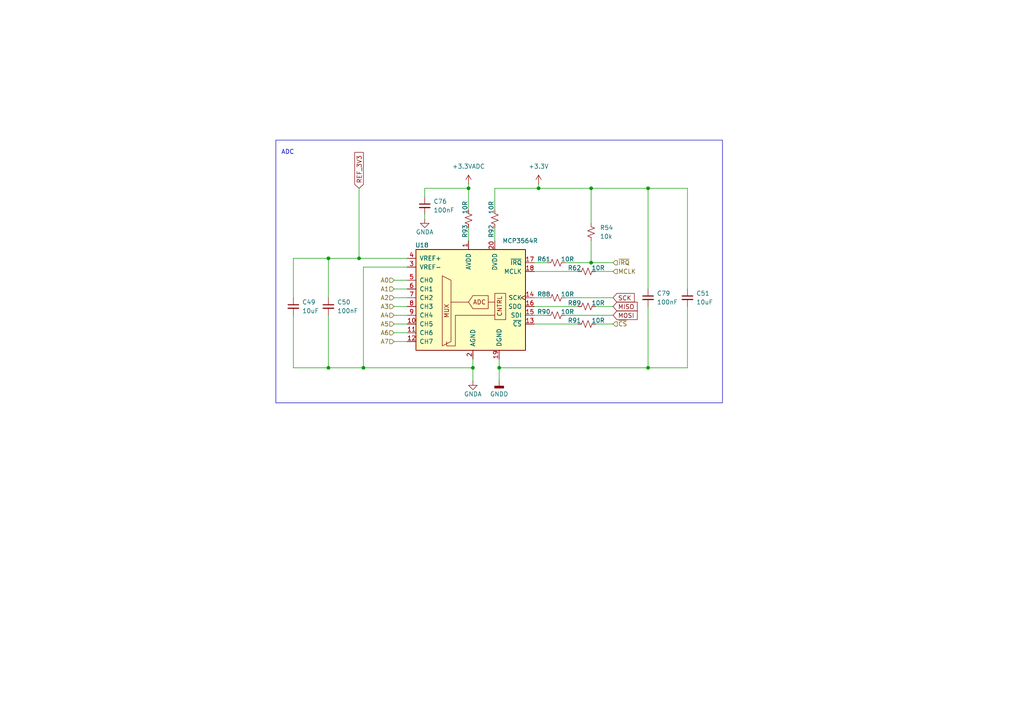
<source format=kicad_sch>
(kicad_sch (version 20231120) (generator "eeschema") (generator_version "8.0")
  (paper "A4")
  (title_block (title "FrothFET 8CH") (date "2024-08-21") (rev "E") (company "https://github.com/hoeken/frothfet"))
  (lib_symbols
    (symbol "Device:C_Small" (pin_numbers hide) (pin_names (offset 0.254) hide)
      (property "Reference" "C" (at 0.254 1.778 0))
      (property "Value" "C_Small" (at 0.254 -2.032 0))
      (symbol "C_Small_0_1"
        (polyline (pts (xy -1.524 -0.508) (xy 1.524 -0.508)) (stroke (width 0.3302)))
        (polyline (pts (xy -1.524 0.508) (xy 1.524 0.508)) (stroke (width 0.3048)))
      )
      (symbol "C_Small_1_1"
        (pin passive line (at 0 2.54 270) (length 2.032) (name "~") (number "1"))
        (pin passive line (at 0 -2.54 90) (length 2.032) (name "~") (number "2"))
      )
    )
    (symbol "Device:R_Small_US" (pin_numbers hide) (pin_names (offset 0.254) hide)
      (property "Reference" "R" (at 0.762 0.508 0))
      (property "Value" "R_Small_US" (at 0.762 -1.016 0))
      (symbol "R_Small_US_1_1"
        (polyline (pts (xy 0 0) (xy 1.016 -0.381) (xy 0 -0.762) (xy -1.016 -1.143) (xy 0 -1.524)))
        (polyline (pts (xy 0 1.524) (xy 1.016 1.143) (xy 0 0.762) (xy -1.016 0.381) (xy 0 0)))
        (pin passive line (at 0 2.54 270) (length 1.016) (name "~") (number "1"))
        (pin passive line (at 0 -2.54 90) (length 1.016) (name "~") (number "2"))
      )
    )
    (symbol "power:+3.3V" (power) (pin_numbers hide) (pin_names (offset 0) hide)
      (property "Value" "+3.3V" (at 0 3.556 0))
      (symbol "+3.3V_0_1"
        (polyline (pts (xy -0.762 1.27) (xy 0 2.54)))
        (polyline (pts (xy 0 0) (xy 0 2.54)))
        (polyline (pts (xy 0 2.54) (xy 0.762 1.27)))
      )
      (symbol "+3.3V_1_1"
        (pin power_in line (at 0 0 90) (length 0) (name "~") (number "1"))
      )
    )
    (symbol "power:+3.3VADC" (power) (pin_numbers hide) (pin_names (offset 0) hide)
      (property "Value" "+3.3VADC" (at 0 3.556 0))
      (symbol "+3.3VADC_0_0"
        (pin power_in line (at 0 0 90) (length 0) (name "~") (number "1"))
      )
      (symbol "+3.3VADC_0_1"
        (polyline (pts (xy -0.762 1.27) (xy 0 2.54)))
        (polyline (pts (xy 0 0) (xy 0 2.54)))
        (polyline (pts (xy 0 2.54) (xy 0.762 1.27)))
      )
    )
    (symbol "power:GNDA" (power) (pin_numbers hide) (pin_names (offset 0) hide)
      (property "Value" "GNDA" (at 0 -3.81 0))
      (symbol "GNDA_0_1"
        (polyline (pts (xy 0 0) (xy 0 -1.27) (xy 1.27 -1.27) (xy 0 -2.54) (xy -1.27 -1.27) (xy 0 -1.27)))
      )
      (symbol "GNDA_1_1"
        (pin power_in line (at 0 0 270) (length 0) (name "~") (number "1"))
      )
    )
    (symbol "power:GNDD" (power) (pin_numbers hide) (pin_names (offset 0) hide)
      (property "Value" "GNDD" (at 0 -3.175 0))
      (symbol "GNDD_0_1"
        (rectangle (start -1.27 -1.524) (end 1.27 -2.032) (stroke (width 0.254)) (fill (type outline)))
        (polyline (pts (xy 0 0) (xy 0 -1.524)))
      )
      (symbol "GNDD_1_1"
        (pin power_in line (at 0 0 270) (length 0) (name "~") (number "1"))
      )
    )
    (symbol "yarrboard:MCP3564R" (pin_names (offset 1.016))
      (property "Reference" "U" (at -5.08 15.875 0))
      (property "Value" "MCP3564R" (at -9.144 17.78 0))
      (symbol "MCP3564R_0_0"
        (text "ADC" (at -0.635 1.27 0) (effects (font (size 1.27 1.27))))
        (text "CNTRL" (at 5.969 -2.921 900) (effects (font (size 1.27 1.27)) (justify left bottom)))
        (text "MUX" (at -10.16 -1.27 900) (effects (font (size 1.27 1.27))))
      )
      (symbol "MCP3564R_0_1"
        (rectangle (start -19.05 16.51) (end 12.7 -12.7) (stroke (width 0.254)) (fill (type background)))
        (polyline (pts (xy -3.81 1.27) (xy -8.89 1.27)))
        (polyline (pts (xy 1.905 1.27) (xy 3.81 1.27)))
        (polyline (pts (xy -11.43 8.89) (xy -11.43 -11.43) (xy -8.89 -10.16) (xy -8.89 7.62) (xy -11.43 8.89)))
        (polyline (pts (xy 3.81 -2.54) (xy -7.62 -2.54) (xy -7.62 -11.43) (xy -10.16 -11.43) (xy -10.16 -10.16)))
        (polyline (pts (xy 1.905 3.175) (xy 1.905 -0.635) (xy -2.54 -0.635) (xy -3.81 1.27) (xy -2.54 3.175) (xy 1.905 3.175)))
        (rectangle (start 3.81 -3.81) (end 6.985 3.81))
      )
      (symbol "MCP3564R_1_1"
        (pin power_in line (at -3.81 19.05 270) (length 2.54) (name "AVDD") (number "1"))
        (pin input line (at -21.59 -5.08 0) (length 2.54) (name "CH5") (number "10"))
        (pin input line (at -21.59 -7.62 0) (length 2.54) (name "CH6") (number "11"))
        (pin input line (at -21.59 -10.16 0) (length 2.54) (name "CH7") (number "12"))
        (pin input line (at 15.24 -5.08 180) (length 2.54) (name "~{CS}") (number "13"))
        (pin input clock (at 15.24 2.54 180) (length 2.54) (name "SCK") (number "14"))
        (pin input line (at 15.24 -2.54 180) (length 2.54) (name "SDI") (number "15"))
        (pin output line (at 15.24 0 180) (length 2.54) (name "SDO") (number "16"))
        (pin power_in line (at 15.24 12.7 180) (length 2.54) (name "~{IRQ}") (number "17"))
        (pin power_in line (at 15.24 10.16 180) (length 2.54) (name "MCLK") (number "18"))
        (pin power_in line (at 5.08 -15.24 90) (length 2.54) (name "DGND") (number "19"))
        (pin power_in line (at -2.54 -15.24 90) (length 2.54) (name "AGND") (number "2"))
        (pin power_in line (at 3.81 19.05 270) (length 2.54) (name "DVDD") (number "20"))
        (pin power_in line (at -21.59 11.43 0) (length 2.54) (name "VREF-") (number "3"))
        (pin power_in line (at -21.59 13.97 0) (length 2.54) (name "VREF+") (number "4"))
        (pin input line (at -21.59 7.62 0) (length 2.54) (name "CH0") (number "5"))
        (pin input line (at -21.59 5.08 0) (length 2.54) (name "CH1") (number "6"))
        (pin input line (at -21.59 2.54 0) (length 2.54) (name "CH2") (number "7"))
        (pin input line (at -21.59 0 0) (length 2.54) (name "CH3") (number "8"))
        (pin input line (at -21.59 -2.54 0) (length 2.54) (name "CH4") (number "9"))
      )
    )
  )
  (junction (at 171.45 54.61))
  (junction (at 105.41 106.68))
  (junction (at 156.21 54.61))
  (junction (at 104.14 74.93))
  (junction (at 187.96 106.68))
  (junction (at 144.78 106.68))
  (junction (at 137.16 106.68))
  (junction (at 95.25 106.68))
  (junction (at 135.89 54.61))
  (junction (at 95.25 74.93))
  (junction (at 187.96 54.61))
  (junction (at 171.45 76.2))
  (wire (pts (xy 156.21 54.61) (xy 171.45 54.61)))
  (wire (pts (xy 187.96 106.68) (xy 199.39 106.68)))
  (wire (pts (xy 171.45 76.2) (xy 177.8 76.2)))
  (wire (pts (xy 167.64 93.98) (xy 154.94 93.98)))
  (wire (pts (xy 135.89 66.04) (xy 135.89 69.85)))
  (wire (pts (xy 105.41 106.68) (xy 95.25 106.68)))
  (wire (pts (xy 177.8 86.36) (xy 163.83 86.36)))
  (wire (pts (xy 105.41 77.47) (xy 105.41 106.68)))
  (wire (pts (xy 118.11 77.47) (xy 105.41 77.47)))
  (wire (pts (xy 167.64 88.9) (xy 154.94 88.9)))
  (wire (pts (xy 123.19 54.61) (xy 135.89 54.61)))
  (wire (pts (xy 95.25 74.93) (xy 95.25 86.36)))
  (wire (pts (xy 158.75 86.36) (xy 154.94 86.36)))
  (wire (pts (xy 118.11 91.44) (xy 114.3 91.44)))
  (wire (pts (xy 95.25 74.93) (xy 85.09 74.93)))
  (wire (pts (xy 171.45 69.85) (xy 171.45 76.2)))
  (wire (pts (xy 85.09 106.68) (xy 95.25 106.68)))
  (wire (pts (xy 85.09 91.44) (xy 85.09 106.68)))
  (wire (pts (xy 167.64 78.74) (xy 154.94 78.74)))
  (wire (pts (xy 187.96 88.9) (xy 187.96 106.68)))
  (wire (pts (xy 158.75 91.44) (xy 154.94 91.44)))
  (wire (pts (xy 144.78 106.68) (xy 187.96 106.68)))
  (wire (pts (xy 135.89 53.34) (xy 135.89 54.61)))
  (wire (pts (xy 177.8 78.74) (xy 172.72 78.74)))
  (wire (pts (xy 177.8 88.9) (xy 172.72 88.9)))
  (wire (pts (xy 177.8 91.44) (xy 163.83 91.44)))
  (wire (pts (xy 143.51 66.04) (xy 143.51 69.85)))
  (wire (pts (xy 104.14 74.93) (xy 118.11 74.93)))
  (wire (pts (xy 137.16 106.68) (xy 137.16 110.49)))
  (wire (pts (xy 104.14 54.61) (xy 104.14 74.93)))
  (wire (pts (xy 85.09 74.93) (xy 85.09 86.36)))
  (wire (pts (xy 118.11 88.9) (xy 114.3 88.9)))
  (wire (pts (xy 143.51 54.61) (xy 156.21 54.61)))
  (wire (pts (xy 123.19 54.61) (xy 123.19 57.15)))
  (wire (pts (xy 171.45 54.61) (xy 171.45 64.77)))
  (wire (pts (xy 163.83 76.2) (xy 171.45 76.2)))
  (wire (pts (xy 95.25 91.44) (xy 95.25 106.68)))
  (wire (pts (xy 118.11 93.98) (xy 114.3 93.98)))
  (wire (pts (xy 187.96 54.61) (xy 187.96 83.82)))
  (wire (pts (xy 118.11 96.52) (xy 114.3 96.52)))
  (wire (pts (xy 118.11 83.82) (xy 114.3 83.82)))
  (wire (pts (xy 104.14 74.93) (xy 95.25 74.93)))
  (wire (pts (xy 105.41 106.68) (xy 137.16 106.68)))
  (wire (pts (xy 123.19 62.23) (xy 123.19 63.5)))
  (wire (pts (xy 156.21 53.34) (xy 156.21 54.61)))
  (wire (pts (xy 135.89 54.61) (xy 135.89 60.96)))
  (wire (pts (xy 154.94 76.2) (xy 158.75 76.2)))
  (wire (pts (xy 143.51 54.61) (xy 143.51 60.96)))
  (wire (pts (xy 144.78 106.68) (xy 144.78 110.49)))
  (wire (pts (xy 137.16 104.14) (xy 137.16 106.68)))
  (wire (pts (xy 118.11 81.28) (xy 114.3 81.28)))
  (wire (pts (xy 144.78 104.14) (xy 144.78 106.68)))
  (wire (pts (xy 199.39 106.68) (xy 199.39 88.9)))
  (wire (pts (xy 177.8 93.98) (xy 172.72 93.98)))
  (wire (pts (xy 171.45 54.61) (xy 187.96 54.61)))
  (wire (pts (xy 118.11 86.36) (xy 114.3 86.36)))
  (wire (pts (xy 187.96 54.61) (xy 199.39 54.61)))
  (wire (pts (xy 118.11 99.06) (xy 114.3 99.06)))
  (wire (pts (xy 199.39 54.61) (xy 199.39 83.82)))
  (rectangle (start 80.01 40.64) (end 209.55 116.84))
  (text "ADC\n" (at 81.534 44.958 0) (effects (font (size 1.27 1.27)) (justify left bottom)))
  (global_label "REF_3V3" (shape input) (at 104.14 54.61 90) (property "Intersheetrefs" "${INTERSHEET_REFS}" (effects (hide yes))))
  (global_label "SCK" (shape input) (at 177.8 86.36 0) (property "Intersheetrefs" "${INTERSHEET_REFS}" (effects (hide yes))))
  (global_label "MISO" (shape input) (at 177.8 88.9 0) (property "Intersheetrefs" "${INTERSHEET_REFS}" (effects (hide yes))))
  (global_label "MOSI" (shape input) (at 177.8 91.44 0) (property "Intersheetrefs" "${INTERSHEET_REFS}" (effects (hide yes))))
  (hierarchical_label "A6" (shape input) (at 114.3 96.52 180))
  (hierarchical_label "A5" (shape input) (at 114.3 93.98 180))
  (hierarchical_label "A2" (shape input) (at 114.3 86.36 180))
  (hierarchical_label "~{CS}" (shape input) (at 177.8 93.98 0))
  (hierarchical_label "MCLK" (shape input) (at 177.8 78.74 0))
  (hierarchical_label "A3" (shape input) (at 114.3 88.9 180))
  (hierarchical_label "A7" (shape input) (at 114.3 99.06 180))
  (hierarchical_label "~{IRQ}" (shape input) (at 177.8 76.2 0))
  (hierarchical_label "A0" (shape input) (at 114.3 81.28 180))
  (hierarchical_label "A4" (shape input) (at 114.3 91.44 180))
  (hierarchical_label "A1" (shape input) (at 114.3 83.82 180))
  (symbol (lib_id "Device:C_Small") (at 95.25 88.9 0) (unit 1)
    (property "Reference" "C50" (at 97.79 87.6363 0) (effects (justify left)))
    (property "Value" "100nF" (at 97.79 90.1763 0) (effects (justify left)))
    (property "Footprint" "Capacitor_SMD:C_0805_2012Metric_Pad1.18x1.45mm_HandSolder" (effects (hide yes)))
    (property "LCSC" "C49678" (effects (hide yes)))
  )
  (symbol (lib_id "power:+3.3V") (at 156.21 53.34 0) (unit 1)
    (property "Reference" "#PWR064" (effects (hide yes)))
    (property "Value" "+3.3V" (at 156.21 48.26 0))
    (property "Description" "Power symbol creates a global label with name \"+3.3V\"" (effects (hide yes)))
  )
  (symbol (lib_id "power:GNDA") (at 137.16 110.49 0) (unit 1)
    (property "Reference" "#PWR062" (effects (hide yes)))
    (property "Value" "GNDA" (at 137.16 114.3 0))
    (property "Description" "Power symbol creates a global label with name \"GNDA\" , analog ground" (effects (hide yes)))
  )
  (symbol (lib_id "power:GNDD") (at 144.78 110.49 0) (unit 1)
    (property "Reference" "#PWR063" (effects (hide yes)))
    (property "Value" "GNDD" (at 144.78 114.3 0))
    (property "Description" "Power symbol creates a global label with name \"GNDD\" , digital ground" (effects (hide yes)))
  )
  (symbol (lib_id "Device:C_Small") (at 85.09 88.9 0) (unit 1)
    (property "Reference" "C49" (at 87.63 87.6363 0) (effects (justify left)))
    (property "Value" "10uF" (at 87.63 90.1763 0) (effects (justify left)))
    (property "Footprint" "Capacitor_SMD:C_0805_2012Metric_Pad1.18x1.45mm_HandSolder" (effects (hide yes)))
    (property "LCSC" "C1952580" (effects (hide yes)))
  )
  (symbol (lib_id "Device:C_Small") (at 199.39 86.36 0) (unit 1)
    (property "Reference" "C51" (at 201.93 85.0963 0) (effects (justify left)))
    (property "Value" "10uF" (at 201.93 87.6363 0) (effects (justify left)))
    (property "Footprint" "Capacitor_SMD:C_0805_2012Metric_Pad1.18x1.45mm_HandSolder" (effects (hide yes)))
    (property "LCSC" "C49678" (effects (hide yes)))
  )
  (symbol (lib_id "Device:R_Small_US") (at 170.18 88.9 90) (unit 1)
    (property "Reference" "R89" (at 166.624 87.884 90))
    (property "Value" "10R" (at 173.482 87.884 90))
    (property "Footprint" "Resistor_SMD:R_0805_2012Metric_Pad1.20x1.40mm_HandSolder" (effects (hide yes)))
  )
  (symbol (lib_id "Device:R_Small_US") (at 161.29 86.36 90) (unit 1)
    (property "Reference" "R88" (at 157.734 85.344 90))
    (property "Value" "10R" (at 164.592 85.344 90))
    (property "Footprint" "Resistor_SMD:R_0805_2012Metric_Pad1.20x1.40mm_HandSolder" (effects (hide yes)))
  )
  (symbol (lib_id "Device:R_Small_US") (at 135.89 63.5 180) (unit 1)
    (property "Reference" "R93" (at 134.874 67.056 90))
    (property "Value" "10R" (at 134.874 60.198 90))
    (property "Footprint" "Resistor_SMD:R_0805_2012Metric_Pad1.20x1.40mm_HandSolder" (effects (hide yes)))
  )
  (symbol (lib_id "Device:R_Small_US") (at 161.29 91.44 90) (unit 1)
    (property "Reference" "R90" (at 157.734 90.424 90))
    (property "Value" "10R" (at 164.592 90.424 90))
    (property "Footprint" "Resistor_SMD:R_0805_2012Metric_Pad1.20x1.40mm_HandSolder" (effects (hide yes)))
  )
  (symbol (lib_id "Device:R_Small_US") (at 161.29 76.2 90) (unit 1)
    (property "Reference" "R61" (at 157.734 75.184 90))
    (property "Value" "10R" (at 164.592 75.184 90))
    (property "Footprint" "Resistor_SMD:R_0805_2012Metric_Pad1.20x1.40mm_HandSolder" (effects (hide yes)))
  )
  (symbol (lib_id "power:+3.3VADC") (at 135.89 53.34 0) (unit 1)
    (property "Reference" "#PWR083" (effects (hide yes)))
    (property "Value" "+3.3VADC" (at 135.89 48.26 0))
    (property "Description" "Power symbol creates a global label with name \"+3.3VADC\"" (effects (hide yes)))
  )
  (symbol (lib_id "Device:R_Small_US") (at 143.51 63.5 180) (unit 1)
    (property "Reference" "R92" (at 142.494 67.056 90))
    (property "Value" "10R" (at 142.494 60.198 90))
    (property "Footprint" "Resistor_SMD:R_0805_2012Metric_Pad1.20x1.40mm_HandSolder" (effects (hide yes)))
  )
  (symbol (lib_id "Device:R_Small_US") (at 170.18 78.74 90) (unit 1)
    (property "Reference" "R62" (at 166.624 77.724 90))
    (property "Value" "10R" (at 173.482 77.724 90))
    (property "Footprint" "Resistor_SMD:R_0805_2012Metric_Pad1.20x1.40mm_HandSolder" (effects (hide yes)))
  )
  (symbol (lib_id "Device:C_Small") (at 123.19 59.69 0) (unit 1)
    (property "Reference" "C76" (at 125.73 58.4263 0) (effects (justify left)))
    (property "Value" "100nF" (at 125.73 60.9663 0) (effects (justify left)))
    (property "Footprint" "Capacitor_SMD:C_0805_2012Metric_Pad1.18x1.45mm_HandSolder" (effects (hide yes)))
    (property "LCSC" "C49678" (effects (hide yes)))
  )
  (symbol (lib_id "Device:R_Small_US") (at 170.18 93.98 90) (unit 1)
    (property "Reference" "R91" (at 166.624 92.964 90))
    (property "Value" "10R" (at 173.482 92.964 90))
    (property "Footprint" "Resistor_SMD:R_0805_2012Metric_Pad1.20x1.40mm_HandSolder" (effects (hide yes)))
  )
  (symbol (lib_id "power:GNDA") (at 123.19 63.5 0) (unit 1)
    (property "Reference" "#PWR084" (effects (hide yes)))
    (property "Value" "GNDA" (at 123.19 67.31 0))
    (property "Description" "Power symbol creates a global label with name \"GNDA\" , analog ground" (effects (hide yes)))
  )
  (symbol (lib_id "Device:C_Small") (at 187.96 86.36 0) (unit 1)
    (property "Reference" "C79" (at 190.5 85.0963 0) (effects (justify left)))
    (property "Value" "100nF" (at 190.5 87.6363 0) (effects (justify left)))
    (property "Footprint" "Capacitor_SMD:C_0805_2012Metric_Pad1.18x1.45mm_HandSolder" (effects (hide yes)))
    (property "LCSC" "C49678" (effects (hide yes)))
  )
  (symbol (lib_id "yarrboard:MCP3564R") (at 139.7 88.9 0) (unit 1)
    (property "Reference" "U18" (at 120.396 71.12 0) (effects (justify left)))
    (property "Value" "MCP3564R" (at 145.7041 69.85 0) (effects (justify left)))
    (property "Footprint" "Package_SO:TSSOP-20_4.4x6.5mm_P0.65mm" (effects (hide yes)))
    (property "Datasheet" "https://ww1.microchip.com/downloads/aemDocuments/documents/APID/ProductDocuments/DataSheets/MCP3561_2_4R-Data-Sheet-DS200006391C.pdf" (effects (hide yes)))
    (property "Description" "Two/Four/Eight-Channel, 153.6 ksps, Low Noise24-Bit Delta-Sigma ADCs with Internal Voltage Reference" (effects (hide yes)))
    (property "Mouser" "579-MCP3564R-E/ST " (effects (hide yes)))
  )
  (symbol (lib_id "Device:R_Small_US") (at 171.45 67.31 0) (unit 1)
    (property "Reference" "R54" (at 173.99 66.0399 0) (effects (justify left)))
    (property "Value" "10k" (at 173.99 68.5799 0) (effects (justify left)))
    (property "Footprint" "Resistor_SMD:R_0805_2012Metric_Pad1.20x1.40mm_HandSolder" (effects (hide yes)))
  )
)
</source>
